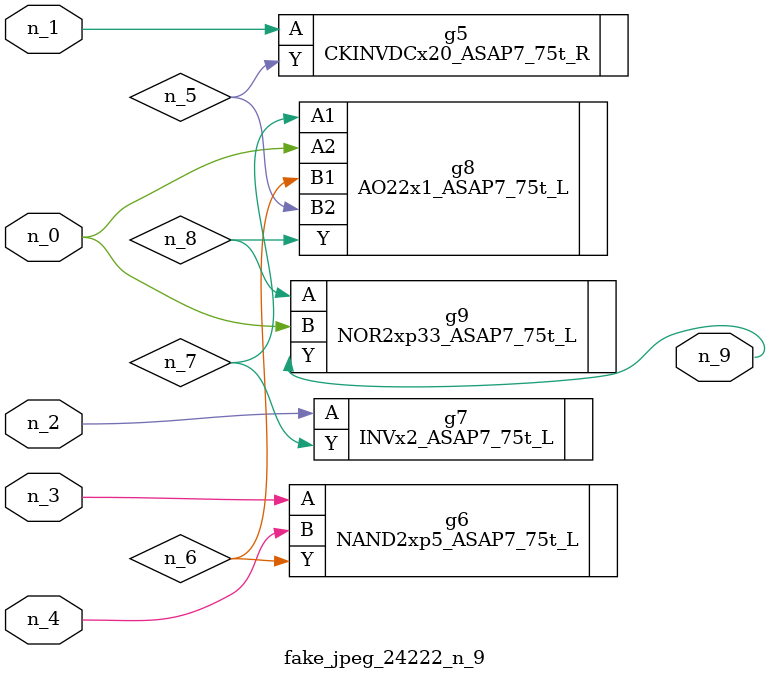
<source format=v>
module fake_jpeg_24222_n_9 (n_3, n_2, n_1, n_0, n_4, n_9);

input n_3;
input n_2;
input n_1;
input n_0;
input n_4;

output n_9;

wire n_8;
wire n_6;
wire n_5;
wire n_7;

CKINVDCx20_ASAP7_75t_R g5 ( 
.A(n_1),
.Y(n_5)
);

NAND2xp5_ASAP7_75t_L g6 ( 
.A(n_3),
.B(n_4),
.Y(n_6)
);

INVx2_ASAP7_75t_L g7 ( 
.A(n_2),
.Y(n_7)
);

AO22x1_ASAP7_75t_L g8 ( 
.A1(n_7),
.A2(n_0),
.B1(n_6),
.B2(n_5),
.Y(n_8)
);

NOR2xp33_ASAP7_75t_L g9 ( 
.A(n_8),
.B(n_0),
.Y(n_9)
);


endmodule
</source>
